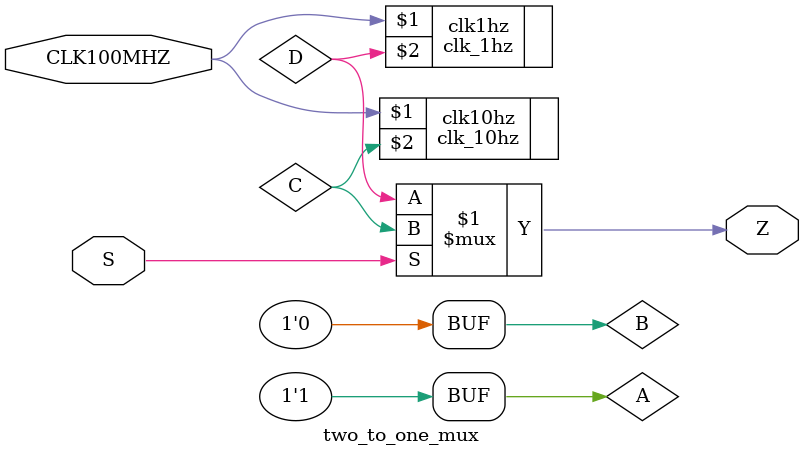
<source format=v>
`timescale 1ns / 1ps


module two_to_one_mux(input CLK100MHZ, input S, output Z);
    reg A = 1'b1;
    reg B = 1'b0;
    wire C;  
    wire D;
    
    clk_10hz clk10hz (CLK100MHZ, C);
    clk_1hz clk1hz (CLK100MHZ, D);
    // Method 1
    // If S is equal toggled, led on 
    // Vice versa, if S is not toggled, led off
    // assign Z = S ? A : B;
    
    // Method 2
    // We create a clk running at 10Hz,
    // If S is toggled, then led blinks at 10Hz and if not led blinks at 1Hz 
    assign Z = S ? C : D;
    
endmodule

</source>
